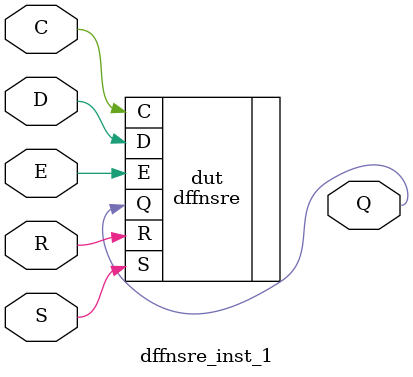
<source format=v>
module dffnsre_inst_1( 
input C,E,R,S,
input D,
output Q);

dffnsre dut (.D(D),.C(C),.Q(Q),.E(E),.R(R),.S(S));

endmodule
</source>
